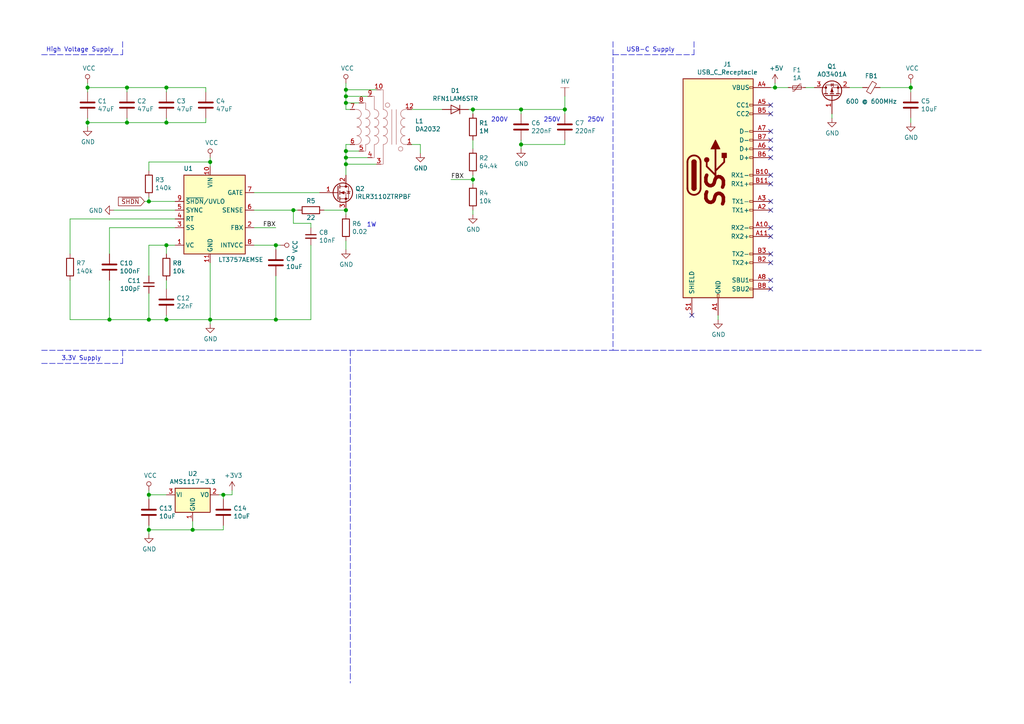
<source format=kicad_sch>
(kicad_sch (version 20210126) (generator eeschema)
  (paper "A4")
  (title_block (title "Nixie Clock - Power Supply") (date "2021-03-18") (comment 1 "https://github.com/tonyp7/170v-nixie-power-supply/") (comment 2 "Original HV source from 'tonyp7'"))
  (lib_symbols
    (symbol "Connector:USB_C_Receptacle" (pin_names (offset 1.016))
      (property "Reference" "J" (at -10.16 29.21 0))
      (property "Value" "USB_C_Receptacle" (at 10.16 29.21 0))
      (symbol "USB_C_Receptacle_0_0"
        (text "SS" (at -0.762 -4.445 900) (effects (font (size 5.08 5.08) bold italic)))
        (rectangle (start -0.254 -35.56) (end 0.254 -34.544))
        (rectangle (start 10.16 -32.766) (end 9.144 -33.274))
        (rectangle (start 10.16 -30.226) (end 9.144 -30.734))
        (rectangle (start 10.16 -25.146) (end 9.144 -25.654))
        (rectangle (start 10.16 -22.606) (end 9.144 -23.114))
        (rectangle (start 10.16 -17.526) (end 9.144 -18.034))
        (rectangle (start 10.16 -14.986) (end 9.144 -15.494))
        (rectangle (start 10.16 -9.906) (end 9.144 -10.414))
        (rectangle (start 10.16 -7.366) (end 9.144 -7.874))
        (rectangle (start 10.16 -2.286) (end 9.144 -2.794))
        (rectangle (start 10.16 0.254) (end 9.144 -0.254))
        (rectangle (start 10.16 5.334) (end 9.144 4.826))
        (rectangle (start 10.16 7.874) (end 9.144 7.366))
        (rectangle (start 10.16 10.414) (end 9.144 9.906))
        (rectangle (start 10.16 12.954) (end 9.144 12.446))
        (rectangle (start 10.16 18.034) (end 9.144 17.526))
        (rectangle (start 10.16 20.574) (end 9.144 20.066))
        (rectangle (start 10.16 25.654) (end 9.144 25.146))
      )
      (symbol "USB_C_Receptacle_0_1"
        (arc (start -8.89 -3.81) (end -5.08 -3.81) (radius (at -6.985 -3.81) (length 1.905) (angles -179.9 -0.1)) (stroke (width 0.508)))
        (arc (start -7.62 -3.81) (end -6.35 -3.81) (radius (at -6.985 -3.81) (length 0.635) (angles -179.9 -0.1)) (stroke (width 0.254)))
        (arc (start -6.35 3.81) (end -7.62 3.81) (radius (at -6.985 3.81) (length 0.635) (angles 0.1 179.9)) (stroke (width 0.254)))
        (arc (start -5.08 3.81) (end -8.89 3.81) (radius (at -6.985 3.81) (length 1.905) (angles 0.1 179.9)) (stroke (width 0.508)))
        (arc (start -7.62 -3.81) (end -6.35 -3.81) (radius (at -6.985 -3.81) (length 0.635) (angles -179.9 -0.1)) (stroke (width 0.254)) (fill (type outline)))
        (arc (start -6.35 3.81) (end -7.62 3.81) (radius (at -6.985 3.81) (length 0.635) (angles 0.1 179.9)) (stroke (width 0.254)) (fill (type outline)))
        (circle (center -3.302 4.445) (radius 0.635) (stroke (width 0.254)) (fill (type outline)))
        (rectangle (start -7.62 -3.81) (end -6.35 3.81) (stroke (width 0.254)) (fill (type outline)))
        (rectangle (start 1.143 5.08) (end 2.413 6.35) (stroke (width 0.254)) (fill (type outline)))
        (rectangle (start -10.16 27.94) (end 10.16 -35.56) (stroke (width 0.254)) (fill (type background)))
        (polyline (pts (xy -8.89 -3.81) (xy -8.89 3.81)) (stroke (width 0.508)))
        (polyline (pts (xy -5.08 3.81) (xy -5.08 -3.81)) (stroke (width 0.508)))
        (polyline (pts (xy -0.762 -1.27) (xy -0.762 7.62)) (stroke (width 0.508)))
        (polyline (pts (xy -0.762 0) (xy -3.302 2.54) (xy -3.302 3.81)) (stroke (width 0.508)))
        (polyline (pts (xy -0.762 1.27) (xy 1.778 3.81) (xy 1.778 5.08)) (stroke (width 0.508)))
        (polyline (pts (xy -2.032 7.62) (xy -0.762 10.16) (xy 0.508 7.62) (xy -2.032 7.62)) (stroke (width 0.254)) (fill (type outline)))
      )
      (symbol "USB_C_Receptacle_1_1"
        (pin power_in line (at 0 -40.64 90) (length 5.08) (name "GND") (number "A1"))
        (pin bidirectional line (at 15.24 -15.24 180) (length 5.08) (name "RX2-") (number "A10"))
        (pin bidirectional line (at 15.24 -17.78 180) (length 5.08) (name "RX2+") (number "A11"))
        (pin passive line (at 0 -40.64 90) (length 5.08) hide (name "GND") (number "A12"))
        (pin bidirectional line (at 15.24 -10.16 180) (length 5.08) (name "TX1+") (number "A2"))
        (pin bidirectional line (at 15.24 -7.62 180) (length 5.08) (name "TX1-") (number "A3"))
        (pin power_in line (at 15.24 25.4 180) (length 5.08) (name "VBUS") (number "A4"))
        (pin bidirectional line (at 15.24 20.32 180) (length 5.08) (name "CC1") (number "A5"))
        (pin bidirectional line (at 15.24 7.62 180) (length 5.08) (name "D+") (number "A6"))
        (pin bidirectional line (at 15.24 12.7 180) (length 5.08) (name "D-") (number "A7"))
        (pin bidirectional line (at 15.24 -30.48 180) (length 5.08) (name "SBU1") (number "A8"))
        (pin passive line (at 15.24 25.4 180) (length 5.08) hide (name "VBUS") (number "A9"))
        (pin passive line (at 0 -40.64 90) (length 5.08) hide (name "GND") (number "B1"))
        (pin bidirectional line (at 15.24 0 180) (length 5.08) (name "RX1-") (number "B10"))
        (pin bidirectional line (at 15.24 -2.54 180) (length 5.08) (name "RX1+") (number "B11"))
        (pin passive line (at 0 -40.64 90) (length 5.08) hide (name "GND") (number "B12"))
        (pin bidirectional line (at 15.24 -25.4 180) (length 5.08) (name "TX2+") (number "B2"))
        (pin bidirectional line (at 15.24 -22.86 180) (length 5.08) (name "TX2-") (number "B3"))
        (pin passive line (at 15.24 25.4 180) (length 5.08) hide (name "VBUS") (number "B4"))
        (pin bidirectional line (at 15.24 17.78 180) (length 5.08) (name "CC2") (number "B5"))
        (pin bidirectional line (at 15.24 5.08 180) (length 5.08) (name "D+") (number "B6"))
        (pin bidirectional line (at 15.24 10.16 180) (length 5.08) (name "D-") (number "B7"))
        (pin bidirectional line (at 15.24 -33.02 180) (length 5.08) (name "SBU2") (number "B8"))
        (pin passive line (at 15.24 25.4 180) (length 5.08) hide (name "VBUS") (number "B9"))
        (pin passive line (at -7.62 -40.64 90) (length 5.08) (name "SHIELD") (number "S1"))
      )
    )
    (symbol "Device:C" (pin_numbers hide) (pin_names (offset 0.254))
      (property "Reference" "C" (at 0.635 2.54 0))
      (property "Value" "C" (at 0.635 -2.54 0))
      (symbol "C_0_1"
        (polyline (pts (xy -2.032 -0.762) (xy 2.032 -0.762)) (stroke (width 0.508)))
        (polyline (pts (xy -2.032 0.762) (xy 2.032 0.762)) (stroke (width 0.508)))
      )
      (symbol "C_1_1"
        (pin passive line (at 0 3.81 270) (length 2.794) (name "~") (number "1"))
        (pin passive line (at 0 -3.81 90) (length 2.794) (name "~") (number "2"))
      )
    )
    (symbol "Device:C_Small" (pin_numbers hide) (pin_names (offset 0.254) hide)
      (property "Reference" "C" (at 0.254 1.778 0))
      (property "Value" "C_Small" (at 0.254 -2.032 0))
      (symbol "C_Small_0_1"
        (polyline (pts (xy -1.524 -0.508) (xy 1.524 -0.508)) (stroke (width 0.3302)))
        (polyline (pts (xy -1.524 0.508) (xy 1.524 0.508)) (stroke (width 0.3048)))
      )
      (symbol "C_Small_1_1"
        (pin passive line (at 0 2.54 270) (length 2.032) (name "~") (number "1"))
        (pin passive line (at 0 -2.54 90) (length 2.032) (name "~") (number "2"))
      )
    )
    (symbol "Device:D" (pin_numbers hide) (pin_names (offset 1.016) hide)
      (property "Reference" "D" (at 0 2.54 0))
      (property "Value" "D" (at 0 -2.54 0))
      (symbol "D_0_1"
        (polyline (pts (xy -1.27 1.27) (xy -1.27 -1.27)) (stroke (width 0.2032)))
        (polyline (pts (xy 1.27 0) (xy -1.27 0)))
        (polyline (pts (xy 1.27 1.27) (xy 1.27 -1.27) (xy -1.27 0) (xy 1.27 1.27)) (stroke (width 0.2032)))
      )
      (symbol "D_1_1"
        (pin passive line (at -3.81 0 0) (length 2.54) (name "K") (number "1"))
        (pin passive line (at 3.81 0 180) (length 2.54) (name "A") (number "2"))
      )
    )
    (symbol "Device:Ferrite_Bead_Small" (pin_numbers hide) (pin_names (offset 0))
      (property "Reference" "FB" (at 1.905 1.27 0))
      (property "Value" "Ferrite_Bead_Small" (at 1.905 -1.27 0))
      (symbol "Ferrite_Bead_Small_0_1"
        (polyline (pts (xy 0 -1.27) (xy 0 -0.7874)))
        (polyline (pts (xy 0 0.889) (xy 0 1.2954)))
        (polyline (pts (xy -1.8288 0.2794) (xy -1.1176 1.4986) (xy 1.8288 -0.2032) (xy 1.1176 -1.4224) (xy -1.8288 0.2794)))
      )
      (symbol "Ferrite_Bead_Small_1_1"
        (pin passive line (at 0 2.54 270) (length 1.27) (name "~") (number "1"))
        (pin passive line (at 0 -2.54 90) (length 1.27) (name "~") (number "2"))
      )
    )
    (symbol "Device:Polyfuse_Small" (pin_numbers hide) (pin_names (offset 0))
      (property "Reference" "F" (at -1.905 0 90))
      (property "Value" "Polyfuse_Small" (at 1.905 0 90))
      (symbol "Polyfuse_Small_0_1"
        (rectangle (start -0.508 1.27) (end 0.508 -1.27))
        (polyline (pts (xy 0 2.54) (xy 0 -2.54)))
        (polyline (pts (xy -1.016 1.27) (xy -1.016 0.762) (xy 1.016 -0.762) (xy 1.016 -1.27)))
      )
      (symbol "Polyfuse_Small_1_1"
        (pin passive line (at 0 2.54 270) (length 0.635) (name "~") (number "1"))
        (pin passive line (at 0 -2.54 90) (length 0.635) (name "~") (number "2"))
      )
    )
    (symbol "Device:Q_NMOS_GDS" (pin_names (offset 0) hide)
      (property "Reference" "Q" (at 5.08 1.27 0))
      (property "Value" "Q_NMOS_GDS" (at 5.08 -1.27 0))
      (symbol "Q_NMOS_GDS_0_1"
        (circle (center 1.651 0) (radius 2.8194) (stroke (width 0.254)))
        (circle (center 2.54 -1.778) (radius 0.2794) (fill (type outline)))
        (circle (center 2.54 1.778) (radius 0.2794) (fill (type outline)))
        (polyline (pts (xy 0.0508 0) (xy 0.254 0)))
        (polyline (pts (xy 0.762 -1.778) (xy 2.54 -1.778)))
        (polyline (pts (xy 0.762 -1.27) (xy 0.762 -2.286)) (stroke (width 0.254)))
        (polyline (pts (xy 0.762 0) (xy 2.54 0)))
        (polyline (pts (xy 0.762 0.508) (xy 0.762 -0.508)) (stroke (width 0.254)))
        (polyline (pts (xy 0.762 1.778) (xy 2.54 1.778)))
        (polyline (pts (xy 0.762 2.286) (xy 0.762 1.27)) (stroke (width 0.254)))
        (polyline (pts (xy 2.54 -1.778) (xy 2.54 -2.54)))
        (polyline (pts (xy 2.54 -1.778) (xy 2.54 0)))
        (polyline (pts (xy 2.54 2.54) (xy 2.54 1.778)))
        (polyline (pts (xy 0.254 1.905) (xy 0.254 -1.905) (xy 0.254 -1.905)) (stroke (width 0.254)))
        (polyline (pts (xy 2.54 -1.778) (xy 3.302 -1.778) (xy 3.302 1.778) (xy 2.54 1.778)))
        (polyline (pts (xy 2.794 0.508) (xy 2.921 0.381) (xy 3.683 0.381) (xy 3.81 0.254)))
        (polyline (pts (xy 3.302 0.381) (xy 2.921 -0.254) (xy 3.683 -0.254) (xy 3.302 0.381)))
        (polyline (pts (xy 1.016 0) (xy 2.032 0.381) (xy 2.032 -0.381) (xy 1.016 0)) (fill (type outline)))
      )
      (symbol "Q_NMOS_GDS_1_1"
        (pin input line (at -5.08 0 0) (length 5.08) (name "G") (number "1"))
        (pin passive line (at 2.54 5.08 270) (length 2.54) (name "D") (number "2"))
        (pin passive line (at 2.54 -5.08 90) (length 2.54) (name "S") (number "3"))
      )
    )
    (symbol "Device:Q_PMOS_GSD" (pin_names (offset 0) hide)
      (property "Reference" "Q" (at 5.08 1.27 0))
      (property "Value" "Q_PMOS_GSD" (at 5.08 -1.27 0))
      (symbol "Q_PMOS_GSD_0_1"
        (circle (center 1.651 0) (radius 2.8194) (stroke (width 0.254)))
        (circle (center 2.54 -1.778) (radius 0.2794) (fill (type outline)))
        (circle (center 2.54 1.778) (radius 0.2794) (fill (type outline)))
        (polyline (pts (xy 0.0508 0) (xy 0.254 0)))
        (polyline (pts (xy 0.762 -1.778) (xy 2.54 -1.778)))
        (polyline (pts (xy 0.762 -1.27) (xy 0.762 -2.286)) (stroke (width 0.254)))
        (polyline (pts (xy 0.762 0) (xy 2.54 0)))
        (polyline (pts (xy 0.762 0.508) (xy 0.762 -0.508)) (stroke (width 0.254)))
        (polyline (pts (xy 0.762 1.778) (xy 2.54 1.778)))
        (polyline (pts (xy 0.762 2.286) (xy 0.762 1.27)) (stroke (width 0.254)))
        (polyline (pts (xy 2.54 -1.778) (xy 2.54 -2.54)))
        (polyline (pts (xy 2.54 -1.778) (xy 2.54 0)))
        (polyline (pts (xy 2.54 2.54) (xy 2.54 1.778)))
        (polyline (pts (xy 0.254 1.905) (xy 0.254 -1.905) (xy 0.254 -1.905)) (stroke (width 0.254)))
        (polyline (pts (xy 2.54 -1.778) (xy 3.302 -1.778) (xy 3.302 1.778) (xy 2.54 1.778)))
        (polyline (pts (xy 2.794 -0.508) (xy 2.921 -0.381) (xy 3.683 -0.381) (xy 3.81 -0.254)))
        (polyline (pts (xy 3.302 -0.381) (xy 2.921 0.254) (xy 3.683 0.254) (xy 3.302 -0.381)))
        (polyline (pts (xy 2.286 0) (xy 1.27 -0.381) (xy 1.27 0.381) (xy 2.286 0)) (fill (type outline)))
      )
      (symbol "Q_PMOS_GSD_1_1"
        (pin input line (at -5.08 0 0) (length 5.08) (name "G") (number "1"))
        (pin passive line (at 2.54 -5.08 90) (length 2.54) (name "S") (number "2"))
        (pin passive line (at 2.54 5.08 270) (length 2.54) (name "D") (number "3"))
      )
    )
    (symbol "Device:R" (pin_numbers hide) (pin_names (offset 0))
      (property "Reference" "R" (at 2.032 0 90))
      (property "Value" "R" (at 0 0 90))
      (symbol "R_0_1"
        (rectangle (start -1.016 -2.54) (end 1.016 2.54) (stroke (width 0.254)))
      )
      (symbol "R_1_1"
        (pin passive line (at 0 3.81 270) (length 1.27) (name "~") (number "1"))
        (pin passive line (at 0 -3.81 90) (length 1.27) (name "~") (number "2"))
      )
    )
    (symbol "Personal:DA2032" (pin_names (offset 1.016))
      (property "Reference" "L" (at 3.81 -8.89 0))
      (property "Value" "DA2032" (at 6.35 8.89 0))
      (symbol "DA2032_0_1"
        (arc (start -6.985 -2.54) (end -5.715 -3.81) (radius (at -6.985 -3.81) (length 1.27) (angles 90 0)) (stroke (width 0.0006)))
        (arc (start -6.985 -5.08) (end -5.715 -3.81) (radius (at -6.985 -3.81) (length 1.27) (angles -90 0)) (stroke (width 0.0006)))
        (arc (start -6.985 0) (end -5.715 -1.27) (radius (at -6.985 -1.27) (length 1.27) (angles 90 0)) (stroke (width 0.0006)))
        (arc (start -6.985 -2.54) (end -5.715 -1.27) (radius (at -6.985 -1.27) (length 1.27) (angles -90 0)) (stroke (width 0.0006)))
        (arc (start -6.985 2.54) (end -5.715 1.27) (radius (at -6.985 1.27) (length 1.27) (angles 90 0)) (stroke (width 0.0006)))
        (arc (start -6.985 0) (end -5.715 1.27) (radius (at -6.985 1.27) (length 1.27) (angles -90 0)) (stroke (width 0.0006)))
        (arc (start -6.985 5.08) (end -5.715 3.81) (radius (at -6.985 3.81) (length 1.27) (angles 90 0)) (stroke (width 0.0006)))
        (arc (start -6.985 2.54) (end -5.715 3.81) (radius (at -6.985 3.81) (length 1.27) (angles -90 0)) (stroke (width 0.0006)))
        (arc (start -4.445 -2.54) (end -3.175 -3.81) (radius (at -4.445 -3.81) (length 1.27) (angles 90 0)) (stroke (width 0.0006)))
        (arc (start -4.445 -5.08) (end -3.175 -3.81) (radius (at -4.445 -3.81) (length 1.27) (angles -90 0)) (stroke (width 0.0006)))
        (arc (start -4.445 0) (end -3.175 -1.27) (radius (at -4.445 -1.27) (length 1.27) (angles 90 0)) (stroke (width 0.0006)))
        (arc (start -4.445 -2.54) (end -3.175 -1.27) (radius (at -4.445 -1.27) (length 1.27) (angles -90 0)) (stroke (width 0.0006)))
        (arc (start -4.445 2.54) (end -3.175 1.27) (radius (at -4.445 1.27) (length 1.27) (angles 90 0)) (stroke (width 0.0006)))
        (arc (start -4.445 0) (end -3.175 1.27) (radius (at -4.445 1.27) (length 1.27) (angles -90 0)) (stroke (width 0.0006)))
        (arc (start -4.445 5.08) (end -3.175 3.81) (radius (at -4.445 3.81) (length 1.27) (angles 90 0)) (stroke (width 0.0006)))
        (arc (start -4.445 2.54) (end -3.175 3.81) (radius (at -4.445 3.81) (length 1.27) (angles -90 0)) (stroke (width 0.0006)))
        (arc (start -1.905 -2.54) (end -0.635 -3.81) (radius (at -1.905 -3.81) (length 1.27) (angles 90 0)) (stroke (width 0.0006)))
        (arc (start -1.905 -5.08) (end -0.635 -3.81) (radius (at -1.905 -3.81) (length 1.27) (angles -90 0)) (stroke (width 0.0006)))
        (arc (start -1.905 0) (end -0.635 -1.27) (radius (at -1.905 -1.27) (length 1.27) (angles 90 0)) (stroke (width 0.0006)))
        (arc (start -1.905 -2.54) (end -0.635 -1.27) (radius (at -1.905 -1.27) (length 1.27) (angles -90 0)) (stroke (width 0.0006)))
        (arc (start -1.905 2.54) (end -0.635 1.27) (radius (at -1.905 1.27) (length 1.27) (angles 90 0)) (stroke (width 0.0006)))
        (arc (start -1.905 0) (end -0.635 1.27) (radius (at -1.905 1.27) (length 1.27) (angles -90 0)) (stroke (width 0.0006)))
        (arc (start -1.905 5.08) (end -0.635 3.81) (radius (at -1.905 3.81) (length 1.27) (angles 90 0)) (stroke (width 0.0006)))
        (arc (start -1.905 2.54) (end -0.635 3.81) (radius (at -1.905 3.81) (length 1.27) (angles -90 0)) (stroke (width 0.0006)))
        (arc (start 0.635 -2.54) (end 1.905 -3.81) (radius (at 0.635 -3.81) (length 1.27) (angles 90 0)) (stroke (width 0.0006)))
        (arc (start 0.635 -5.08) (end 1.905 -3.81) (radius (at 0.635 -3.81) (length 1.27) (angles -90 0)) (stroke (width 0.0006)))
        (arc (start 0.635 0) (end 1.905 -1.27) (radius (at 0.635 -1.27) (length 1.27) (angles 90 0)) (stroke (width 0.0006)))
        (arc (start 0.635 -2.54) (end 1.905 -1.27) (radius (at 0.635 -1.27) (length 1.27) (angles -90 0)) (stroke (width 0.0006)))
        (arc (start 0.635 2.54) (end 1.905 1.27) (radius (at 0.635 1.27) (length 1.27) (angles 90 0)) (stroke (width 0.0006)))
        (arc (start 0.635 0) (end 1.905 1.27) (radius (at 0.635 1.27) (length 1.27) (angles -90 0)) (stroke (width 0.0006)))
        (arc (start 0.635 5.08) (end 1.905 3.81) (radius (at 0.635 3.81) (length 1.27) (angles 90 0)) (stroke (width 0.0006)))
        (arc (start 0.635 2.54) (end 1.905 3.81) (radius (at 0.635 3.81) (length 1.27) (angles -90 0)) (stroke (width 0.0006)))
        (arc (start 6.985 -2.54) (end 5.715 -3.81) (radius (at 6.985 -3.81) (length 1.27) (angles 90 180)) (stroke (width 0.0006)))
        (arc (start 6.985 -5.08) (end 5.715 -3.81) (radius (at 6.985 -3.81) (length 1.27) (angles -90 180)) (stroke (width 0.0006)))
        (arc (start 6.985 0) (end 5.715 -1.27) (radius (at 6.985 -1.27) (length 1.27) (angles 90 180)) (stroke (width 0.0006)))
        (arc (start 6.985 -2.54) (end 5.715 -1.27) (radius (at 6.985 -1.27) (length 1.27) (angles -90 180)) (stroke (width 0.0006)))
        (arc (start 6.985 2.54) (end 5.715 1.27) (radius (at 6.985 1.27) (length 1.27) (angles 90 180)) (stroke (width 0.0006)))
        (arc (start 6.985 0) (end 5.715 1.27) (radius (at 6.985 1.27) (length 1.27) (angles -90 180)) (stroke (width 0.0006)))
        (arc (start 6.985 5.08) (end 5.715 3.81) (radius (at 6.985 3.81) (length 1.27) (angles 90 180)) (stroke (width 0.0006)))
        (arc (start 6.985 2.54) (end 5.715 3.81) (radius (at 6.985 3.81) (length 1.27) (angles -90 180)) (stroke (width 0.0006)))
        (circle (center 1.905 6.35) (radius 0.635) (stroke (width 0.0006)))
        (circle (center 5.715 -6.35) (radius 0.635) (stroke (width 0.0006)))
        (polyline (pts (xy -6.985 -5.08) (xy -7.62 -5.08)) (stroke (width 0.0006)))
        (polyline (pts (xy -6.985 5.08) (xy -7.62 5.08)) (stroke (width 0.0006)))
        (polyline (pts (xy 3.175 5.08) (xy 3.175 -5.08)) (stroke (width 0.0006)))
        (polyline (pts (xy 4.445 -5.08) (xy 4.445 5.08)) (stroke (width 0.0006)))
        (polyline (pts (xy 6.985 -5.08) (xy 7.62 -5.08)) (stroke (width 0.0006)))
        (polyline (pts (xy 6.985 5.08) (xy 7.62 5.08)) (stroke (width 0.0006)))
        (polyline (pts (xy -5.08 6.985) (xy -4.445 6.985) (xy -4.445 5.08)) (stroke (width 0.0006)))
        (polyline (pts (xy -4.445 -5.08) (xy -4.445 -6.985) (xy -5.08 -6.985)) (stroke (width 0.0006)))
        (polyline (pts (xy -2.54 8.89) (xy -1.905 8.89) (xy -1.905 5.08)) (stroke (width 0.0006)))
        (polyline (pts (xy -1.905 -5.08) (xy -1.905 -8.89) (xy -2.54 -8.89)) (stroke (width 0.0006)))
        (polyline (pts (xy 0 10.795) (xy 0.635 10.795) (xy 0.635 5.08)) (stroke (width 0.0006)))
        (polyline (pts (xy 0.635 -5.08) (xy 0.635 -10.795) (xy 0 -10.795)) (stroke (width 0.0006)))
      )
      (symbol "DA2032_1_1"
        (pin input line (at 8.89 -5.08 180) (length 1.27) (name "") (number "1"))
        (pin input line (at -1.27 10.795 0) (length 1.27) (name "") (number "10"))
        (pin input line (at 8.89 5.08 180) (length 1.27) (name "") (number "12"))
        (pin input line (at -1.27 -10.795 0) (length 1.27) (name "") (number "3"))
        (pin input line (at -3.81 -8.89 0) (length 1.27) (name "") (number "4"))
        (pin input line (at -6.35 -6.985 0) (length 1.27) (name "") (number "5"))
        (pin input line (at -8.89 -5.08 0) (length 1.27) (name "") (number "6"))
        (pin input line (at -8.89 5.08 0) (length 1.27) (name "") (number "7"))
        (pin input line (at -6.35 6.985 0) (length 1.27) (name "") (number "8"))
        (pin input line (at -3.81 8.89 0) (length 1.27) (name "") (number "9"))
      )
    )
    (symbol "Personal:HV" (power) (pin_names (offset 0))
      (property "Value" "HV" (at 0 3.556 0))
      (symbol "HV_0_1"
        (polyline (pts (xy -1.27 2.54) (xy 1.27 2.54)) (stroke (width 0.0006)))
        (polyline (pts (xy 0 0) (xy 0 2.54)))
      )
      (symbol "HV_1_1"
        (pin power_in line (at 0 0 90) (length 0) hide (name "HV") (number "1"))
      )
    )
    (symbol "Regulator_Linear:AMS1117-3.3" (pin_names (offset 0.254))
      (property "Reference" "U" (at -3.81 3.175 0))
      (property "Value" "AMS1117-3.3" (at 0 3.175 0))
      (symbol "AMS1117-3.3_0_1"
        (rectangle (start -5.08 -5.08) (end 5.08 1.905) (stroke (width 0.254)) (fill (type background)))
      )
      (symbol "AMS1117-3.3_1_1"
        (pin power_in line (at 0 -7.62 90) (length 2.54) (name "GND") (number "1"))
        (pin power_out line (at 7.62 0 180) (length 2.54) (name "VO") (number "2"))
        (pin power_in line (at -7.62 0 0) (length 2.54) (name "VI") (number "3"))
      )
    )
    (symbol "Regulator_Switching:LT3757AEMSE"
      (property "Reference" "U" (at -6.35 11.43 0))
      (property "Value" "LT3757AEMSE" (at 1.27 11.43 0))
      (symbol "LT3757AEMSE_0_1"
        (rectangle (start -7.62 10.16) (end 10.16 -12.7) (stroke (width 0.254)) (fill (type background)))
      )
      (symbol "LT3757AEMSE_1_1"
        (pin input line (at -10.16 -10.16 0) (length 2.54) (name "VC") (number "1"))
        (pin power_in line (at 0 12.7 270) (length 2.54) (name "VIN") (number "10"))
        (pin power_in line (at 0 -15.24 90) (length 2.54) (name "GND") (number "11"))
        (pin input line (at 12.7 -5.08 180) (length 2.54) (name "FBX") (number "2"))
        (pin input line (at -10.16 -5.08 0) (length 2.54) (name "SS") (number "3"))
        (pin input line (at -10.16 -2.54 0) (length 2.54) (name "RT") (number "4"))
        (pin input line (at -10.16 0 0) (length 2.54) (name "SYNC") (number "5"))
        (pin input line (at 12.7 0 180) (length 2.54) (name "SENSE") (number "6"))
        (pin output line (at 12.7 5.08 180) (length 2.54) (name "GATE") (number "7"))
        (pin output line (at 12.7 -10.16 180) (length 2.54) (name "INTVCC") (number "8"))
        (pin input line (at -10.16 2.54 0) (length 2.54) (name "~SHDN~/UVLO") (number "9"))
      )
    )
    (symbol "power:+3.3V" (power) (pin_names (offset 0))
      (property "Value" "+3.3V" (at 0 3.556 0))
      (symbol "+3.3V_0_1"
        (polyline (pts (xy -0.762 1.27) (xy 0 2.54)))
        (polyline (pts (xy 0 0) (xy 0 2.54)))
        (polyline (pts (xy 0 2.54) (xy 0.762 1.27)))
      )
      (symbol "+3.3V_1_1"
        (pin power_in line (at 0 0 90) (length 0) hide (name "+3V3") (number "1"))
      )
    )
    (symbol "power:+5V" (power) (pin_names (offset 0))
      (property "Value" "+5V" (at 0 3.556 0))
      (symbol "+5V_0_1"
        (polyline (pts (xy -0.762 1.27) (xy 0 2.54)))
        (polyline (pts (xy 0 0) (xy 0 2.54)))
        (polyline (pts (xy 0 2.54) (xy 0.762 1.27)))
      )
      (symbol "+5V_1_1"
        (pin power_in line (at 0 0 90) (length 0) hide (name "+5V") (number "1"))
      )
    )
    (symbol "power:GND" (power) (pin_names (offset 0))
      (property "Value" "GND" (at 0 -3.81 0))
      (symbol "GND_0_1"
        (polyline (pts (xy 0 0) (xy 0 -1.27) (xy 1.27 -1.27) (xy 0 -2.54) (xy -1.27 -1.27) (xy 0 -1.27)))
      )
      (symbol "GND_1_1"
        (pin power_in line (at 0 0 270) (length 0) hide (name "GND") (number "1"))
      )
    )
    (symbol "power:VCC" (power) (pin_names (offset 0))
      (property "Value" "VCC" (at 0 3.81 0))
      (symbol "VCC_0_1"
        (circle (center 0 1.905) (radius 0.635))
        (polyline (pts (xy 0 0) (xy 0 1.27)))
      )
      (symbol "VCC_1_1"
        (pin power_in line (at 0 0 90) (length 0) hide (name "VCC") (number "1"))
      )
    )
  )
  (junction (at 25.4 25.4) (diameter 1.016))
  (junction (at 25.4 35.56) (diameter 1.016))
  (junction (at 31.75 92.71) (diameter 1.016))
  (junction (at 36.83 25.4) (diameter 1.016))
  (junction (at 36.83 35.56) (diameter 1.016))
  (junction (at 43.18 58.42) (diameter 1.016))
  (junction (at 43.18 92.71) (diameter 1.016))
  (junction (at 43.18 143.51) (diameter 1.016))
  (junction (at 43.18 153.67) (diameter 1.016))
  (junction (at 48.26 25.4) (diameter 1.016))
  (junction (at 48.26 35.56) (diameter 1.016))
  (junction (at 48.26 71.12) (diameter 1.016))
  (junction (at 48.26 92.71) (diameter 1.016))
  (junction (at 55.88 153.67) (diameter 1.016))
  (junction (at 60.96 46.99) (diameter 1.016))
  (junction (at 60.96 92.71) (diameter 1.016))
  (junction (at 64.77 143.51) (diameter 1.016))
  (junction (at 80.01 71.12) (diameter 1.016))
  (junction (at 80.01 92.71) (diameter 1.016))
  (junction (at 85.09 60.96) (diameter 1.016))
  (junction (at 100.33 26.035) (diameter 1.016))
  (junction (at 100.33 27.94) (diameter 1.016))
  (junction (at 100.33 29.845) (diameter 1.016))
  (junction (at 100.33 43.815) (diameter 1.016))
  (junction (at 100.33 45.72) (diameter 1.016))
  (junction (at 100.33 47.625) (diameter 1.016))
  (junction (at 100.33 60.96) (diameter 1.016))
  (junction (at 137.16 31.75) (diameter 1.016))
  (junction (at 137.16 52.07) (diameter 1.016))
  (junction (at 151.13 31.75) (diameter 1.016))
  (junction (at 151.13 41.91) (diameter 1.016))
  (junction (at 163.83 31.75) (diameter 1.016))
  (junction (at 224.79 25.4) (diameter 1.016))
  (junction (at 264.16 25.4) (diameter 1.016))
  (no_connect (at 200.66 91.44))
  (no_connect (at 223.52 30.48))
  (no_connect (at 223.52 33.02))
  (no_connect (at 223.52 38.1))
  (no_connect (at 223.52 40.64))
  (no_connect (at 223.52 43.18))
  (no_connect (at 223.52 45.72))
  (no_connect (at 223.52 50.8))
  (no_connect (at 223.52 53.34))
  (no_connect (at 223.52 58.42))
  (no_connect (at 223.52 60.96))
  (no_connect (at 223.52 66.04))
  (no_connect (at 223.52 68.58))
  (no_connect (at 223.52 73.66))
  (no_connect (at 223.52 76.2))
  (no_connect (at 223.52 81.28))
  (no_connect (at 223.52 83.82))
  (wire (pts (xy 20.32 63.5) (xy 20.32 73.66)))
  (wire (pts (xy 20.32 63.5) (xy 50.8 63.5)))
  (wire (pts (xy 20.32 81.28) (xy 20.32 92.71)))
  (wire (pts (xy 20.32 92.71) (xy 31.75 92.71)))
  (wire (pts (xy 25.4 24.13) (xy 25.4 25.4)))
  (wire (pts (xy 25.4 25.4) (xy 25.4 26.67)))
  (wire (pts (xy 25.4 25.4) (xy 36.83 25.4)))
  (wire (pts (xy 25.4 34.29) (xy 25.4 35.56)))
  (wire (pts (xy 25.4 35.56) (xy 25.4 36.83)))
  (wire (pts (xy 31.75 66.04) (xy 31.75 73.66)))
  (wire (pts (xy 31.75 66.04) (xy 50.8 66.04)))
  (wire (pts (xy 31.75 81.28) (xy 31.75 92.71)))
  (wire (pts (xy 31.75 92.71) (xy 43.18 92.71)))
  (wire (pts (xy 33.02 60.96) (xy 50.8 60.96)))
  (wire (pts (xy 36.83 25.4) (xy 36.83 26.67)))
  (wire (pts (xy 36.83 25.4) (xy 48.26 25.4)))
  (wire (pts (xy 36.83 34.29) (xy 36.83 35.56)))
  (wire (pts (xy 36.83 35.56) (xy 25.4 35.56)))
  (wire (pts (xy 41.91 58.42) (xy 43.18 58.42)))
  (wire (pts (xy 43.18 46.99) (xy 60.96 46.99)))
  (wire (pts (xy 43.18 49.53) (xy 43.18 46.99)))
  (wire (pts (xy 43.18 57.15) (xy 43.18 58.42)))
  (wire (pts (xy 43.18 58.42) (xy 50.8 58.42)))
  (wire (pts (xy 43.18 71.12) (xy 48.26 71.12)))
  (wire (pts (xy 43.18 80.01) (xy 43.18 71.12)))
  (wire (pts (xy 43.18 85.09) (xy 43.18 92.71)))
  (wire (pts (xy 43.18 92.71) (xy 48.26 92.71)))
  (wire (pts (xy 43.18 142.24) (xy 43.18 143.51)))
  (wire (pts (xy 43.18 143.51) (xy 43.18 144.78)))
  (wire (pts (xy 43.18 143.51) (xy 48.26 143.51)))
  (wire (pts (xy 43.18 152.4) (xy 43.18 153.67)))
  (wire (pts (xy 43.18 153.67) (xy 43.18 154.94)))
  (wire (pts (xy 43.18 153.67) (xy 55.88 153.67)))
  (wire (pts (xy 48.26 25.4) (xy 48.26 26.67)))
  (wire (pts (xy 48.26 25.4) (xy 59.69 25.4)))
  (wire (pts (xy 48.26 34.29) (xy 48.26 35.56)))
  (wire (pts (xy 48.26 35.56) (xy 36.83 35.56)))
  (wire (pts (xy 48.26 71.12) (xy 48.26 73.66)))
  (wire (pts (xy 48.26 81.28) (xy 48.26 83.82)))
  (wire (pts (xy 48.26 91.44) (xy 48.26 92.71)))
  (wire (pts (xy 48.26 92.71) (xy 60.96 92.71)))
  (wire (pts (xy 50.8 71.12) (xy 48.26 71.12)))
  (wire (pts (xy 55.88 151.13) (xy 55.88 153.67)))
  (wire (pts (xy 55.88 153.67) (xy 64.77 153.67)))
  (wire (pts (xy 59.69 25.4) (xy 59.69 26.67)))
  (wire (pts (xy 59.69 34.29) (xy 59.69 35.56)))
  (wire (pts (xy 59.69 35.56) (xy 48.26 35.56)))
  (wire (pts (xy 60.96 45.72) (xy 60.96 46.99)))
  (wire (pts (xy 60.96 46.99) (xy 60.96 48.26)))
  (wire (pts (xy 60.96 76.2) (xy 60.96 92.71)))
  (wire (pts (xy 60.96 92.71) (xy 60.96 93.98)))
  (wire (pts (xy 63.5 143.51) (xy 64.77 143.51)))
  (wire (pts (xy 64.77 143.51) (xy 64.77 144.78)))
  (wire (pts (xy 64.77 143.51) (xy 67.31 143.51)))
  (wire (pts (xy 64.77 152.4) (xy 64.77 153.67)))
  (wire (pts (xy 67.31 142.24) (xy 67.31 143.51)))
  (wire (pts (xy 73.66 55.88) (xy 92.71 55.88)))
  (wire (pts (xy 73.66 60.96) (xy 85.09 60.96)))
  (wire (pts (xy 73.66 66.04) (xy 80.01 66.04)))
  (wire (pts (xy 73.66 71.12) (xy 80.01 71.12)))
  (wire (pts (xy 80.01 71.12) (xy 80.01 72.39)))
  (wire (pts (xy 80.01 71.12) (xy 81.28 71.12)))
  (wire (pts (xy 80.01 80.01) (xy 80.01 92.71)))
  (wire (pts (xy 80.01 92.71) (xy 60.96 92.71)))
  (wire (pts (xy 85.09 60.96) (xy 86.36 60.96)))
  (wire (pts (xy 85.09 64.77) (xy 85.09 60.96)))
  (wire (pts (xy 90.17 64.77) (xy 85.09 64.77)))
  (wire (pts (xy 90.17 66.04) (xy 90.17 64.77)))
  (wire (pts (xy 90.17 71.12) (xy 90.17 92.71)))
  (wire (pts (xy 90.17 92.71) (xy 80.01 92.71)))
  (wire (pts (xy 93.98 60.96) (xy 100.33 60.96)))
  (wire (pts (xy 100.33 24.13) (xy 100.33 26.035)))
  (wire (pts (xy 100.33 26.035) (xy 100.33 27.94)))
  (wire (pts (xy 100.33 27.94) (xy 100.33 29.845)))
  (wire (pts (xy 100.33 27.94) (xy 106.68 27.94)))
  (wire (pts (xy 100.33 29.845) (xy 100.33 31.75)))
  (wire (pts (xy 100.33 29.845) (xy 104.14 29.845)))
  (wire (pts (xy 100.33 31.75) (xy 101.6 31.75)))
  (wire (pts (xy 100.33 41.91) (xy 101.6 41.91)))
  (wire (pts (xy 100.33 43.815) (xy 100.33 41.91)))
  (wire (pts (xy 100.33 43.815) (xy 104.14 43.815)))
  (wire (pts (xy 100.33 45.72) (xy 100.33 43.815)))
  (wire (pts (xy 100.33 45.72) (xy 106.68 45.72)))
  (wire (pts (xy 100.33 47.625) (xy 100.33 45.72)))
  (wire (pts (xy 100.33 47.625) (xy 100.33 50.8)))
  (wire (pts (xy 100.33 60.96) (xy 100.33 62.23)))
  (wire (pts (xy 100.33 69.85) (xy 100.33 72.39)))
  (wire (pts (xy 109.22 26.035) (xy 100.33 26.035)))
  (wire (pts (xy 109.22 47.625) (xy 100.33 47.625)))
  (wire (pts (xy 119.38 31.75) (xy 128.27 31.75)))
  (wire (pts (xy 119.38 41.91) (xy 121.92 41.91)))
  (wire (pts (xy 121.92 41.91) (xy 121.92 44.45)))
  (wire (pts (xy 130.81 52.07) (xy 137.16 52.07)))
  (wire (pts (xy 135.89 31.75) (xy 137.16 31.75)))
  (wire (pts (xy 137.16 31.75) (xy 137.16 33.02)))
  (wire (pts (xy 137.16 31.75) (xy 151.13 31.75)))
  (wire (pts (xy 137.16 40.64) (xy 137.16 43.18)))
  (wire (pts (xy 137.16 50.8) (xy 137.16 52.07)))
  (wire (pts (xy 137.16 52.07) (xy 137.16 53.34)))
  (wire (pts (xy 137.16 60.96) (xy 137.16 62.23)))
  (wire (pts (xy 151.13 31.75) (xy 151.13 33.02)))
  (wire (pts (xy 151.13 31.75) (xy 163.83 31.75)))
  (wire (pts (xy 151.13 40.64) (xy 151.13 41.91)))
  (wire (pts (xy 151.13 41.91) (xy 151.13 43.18)))
  (wire (pts (xy 151.13 41.91) (xy 163.83 41.91)))
  (wire (pts (xy 163.83 27.94) (xy 163.83 31.75)))
  (wire (pts (xy 163.83 31.75) (xy 163.83 33.02)))
  (wire (pts (xy 163.83 40.64) (xy 163.83 41.91)))
  (wire (pts (xy 208.28 91.44) (xy 208.28 92.71)))
  (wire (pts (xy 223.52 25.4) (xy 224.79 25.4)))
  (wire (pts (xy 224.79 25.4) (xy 224.79 24.13)))
  (wire (pts (xy 224.79 25.4) (xy 228.6 25.4)))
  (wire (pts (xy 233.68 25.4) (xy 236.22 25.4)))
  (wire (pts (xy 241.3 33.02) (xy 241.3 34.29)))
  (wire (pts (xy 246.38 25.4) (xy 250.19 25.4)))
  (wire (pts (xy 255.27 25.4) (xy 264.16 25.4)))
  (wire (pts (xy 264.16 24.13) (xy 264.16 25.4)))
  (wire (pts (xy 264.16 25.4) (xy 264.16 26.67)))
  (wire (pts (xy 264.16 34.29) (xy 264.16 35.56)))
  (polyline (pts (xy 12.065 15.875) (xy 35.56 15.875)) (stroke (width 0) (type dash)))
  (polyline (pts (xy 12.065 101.6) (xy 177.8 101.6)) (stroke (width 0) (type dash)))
  (polyline (pts (xy 12.065 105.41) (xy 35.56 105.41)) (stroke (width 0.152) (type dash)))
  (polyline (pts (xy 35.56 12.065) (xy 35.56 15.875)) (stroke (width 0) (type dash)))
  (polyline (pts (xy 35.56 101.6) (xy 35.56 105.41)) (stroke (width 0.152) (type dash)))
  (polyline (pts (xy 101.6 101.6) (xy 101.6 198.12)) (stroke (width 0) (type dash)))
  (polyline (pts (xy 177.8 12.065) (xy 177.8 101.6)) (stroke (width 0) (type dash)))
  (polyline (pts (xy 177.8 15.875) (xy 201.295 15.875)) (stroke (width 0.152) (type dash)))
  (polyline (pts (xy 177.8 101.6) (xy 285.115 101.6)) (stroke (width 0) (type dash)))
  (polyline (pts (xy 201.295 12.065) (xy 201.295 15.875)) (stroke (width 0.152) (type dash)))
  (text "3.3V Supply" (at 17.78 104.775 0) (effects (font (size 1.27 1.27)) (justify left bottom)))
  (text "High Voltage Supply" (at 33.02 15.24 180) (effects (font (size 1.27 1.27)) (justify right bottom)))
  (text "1W" (at 109.22 66.04 180) (effects (font (size 1.27 1.27)) (justify right bottom)))
  (text "200V" (at 147.32 35.56 180) (effects (font (size 1.27 1.27)) (justify right bottom)))
  (text "250V" (at 162.56 35.56 180) (effects (font (size 1.27 1.27)) (justify right bottom)))
  (text "250V" (at 175.26 35.56 180) (effects (font (size 1.27 1.27)) (justify right bottom)))
  (text "USB-C Supply" (at 181.61 15.24 0) (effects (font (size 1.27 1.27)) (justify left bottom)))
  (label "FBX" (at 80.01 66.04 180))
  (label "FBX" (at 130.81 52.07 0))
  (global_label "~SHDN" (shape input) (at 41.91 58.42 180) (property "Intersheet References" "${INTERSHEET_REFS}" (effects hide)))
  (symbol (lib_id "power:VCC") (at 25.4 24.13 0) (unit 1)
    (property "Reference" "#PWR01" (effects hide))
    (property "Value" "VCC" (at 25.8318 19.8056 0))
  )
  (symbol (lib_id "power:VCC") (at 43.18 142.24 0) (unit 1)
    (property "Reference" "#PWR018" (effects hide))
    (property "Value" "VCC" (at 43.6118 137.9156 0))
  )
  (symbol (lib_id "power:VCC") (at 60.96 45.72 0) (unit 1)
    (property "Reference" "#PWR011" (effects hide))
    (property "Value" "VCC" (at 61.3918 41.3956 0))
  )
  (symbol (lib_id "power:VCC") (at 81.28 71.12 270) (unit 1)
    (property "Reference" "#PWR014" (effects hide))
    (property "Value" "VCC" (at 85.6044 71.5518 0))
  )
  (symbol (lib_id "power:VCC") (at 100.33 24.13 0) (unit 1)
    (property "Reference" "#PWR02" (effects hide))
    (property "Value" "VCC" (at 100.7618 19.8056 0))
  )
  (symbol (lib_id "power:VCC") (at 264.16 24.13 0) (unit 1)
    (property "Reference" "#PWR04" (effects hide))
    (property "Value" "VCC" (at 264.5918 19.8056 0))
  )
  (symbol (lib_id "power:+3.3V") (at 67.31 142.24 0) (unit 1)
    (property "Reference" "#PWR019" (effects hide))
    (property "Value" "+3.3V" (at 67.6783 137.9156 0))
  )
  (symbol (lib_id "power:+5V") (at 224.79 24.13 0) (unit 1)
    (property "Reference" "#PWR03" (effects hide))
    (property "Value" "+5V" (at 225.1583 19.8056 0))
  )
  (symbol (lib_id "power:GND") (at 25.4 36.83 0) (unit 1)
    (property "Reference" "#PWR08" (effects hide))
    (property "Value" "GND" (at 25.5143 41.1544 0))
  )
  (symbol (lib_id "power:GND") (at 33.02 60.96 270) (unit 1)
    (property "Reference" "#PWR012" (effects hide))
    (property "Value" "GND" (at 29.845 61.0743 90) (effects (justify right)))
  )
  (symbol (lib_id "power:GND") (at 43.18 154.94 0) (unit 1)
    (property "Reference" "#PWR020" (effects hide))
    (property "Value" "GND" (at 43.2943 159.2644 0))
  )
  (symbol (lib_id "power:GND") (at 60.96 93.98 0) (unit 1)
    (property "Reference" "#PWR017" (effects hide))
    (property "Value" "GND" (at 61.0743 98.3044 0))
  )
  (symbol (lib_id "power:GND") (at 100.33 72.39 0) (unit 1)
    (property "Reference" "#PWR015" (effects hide))
    (property "Value" "GND" (at 100.4443 76.7144 0))
  )
  (symbol (lib_id "power:GND") (at 121.92 44.45 0) (unit 1)
    (property "Reference" "#PWR010" (effects hide))
    (property "Value" "GND" (at 122.0343 48.7744 0))
  )
  (symbol (lib_id "power:GND") (at 137.16 62.23 0) (unit 1)
    (property "Reference" "#PWR013" (effects hide))
    (property "Value" "GND" (at 137.2743 66.5544 0))
  )
  (symbol (lib_id "power:GND") (at 151.13 43.18 0) (unit 1)
    (property "Reference" "#PWR09" (effects hide))
    (property "Value" "GND" (at 151.2443 47.5044 0))
  )
  (symbol (lib_id "power:GND") (at 208.28 92.71 0) (unit 1)
    (property "Reference" "#PWR016" (effects hide))
    (property "Value" "GND" (at 208.3943 97.0344 0))
  )
  (symbol (lib_id "power:GND") (at 241.3 34.29 0) (unit 1)
    (property "Reference" "#PWR06" (effects hide))
    (property "Value" "GND" (at 241.4143 38.6144 0))
  )
  (symbol (lib_id "power:GND") (at 264.16 35.56 0) (unit 1)
    (property "Reference" "#PWR07" (effects hide))
    (property "Value" "GND" (at 264.2743 39.8844 0))
  )
  (symbol (lib_id "Personal:HV") (at 163.83 27.94 0) (unit 1)
    (property "Reference" "#PWR05" (effects hide))
    (property "Value" "HV" (at 163.9441 23.6152 0))
  )
  (symbol (lib_id "Device:Polyfuse_Small") (at 231.14 25.4 90) (unit 1)
    (property "Reference" "F1" (at 231.14 20.3008 90))
    (property "Value" "1A" (at 231.14 22.6 90))
    (property "Footprint" "Fuse:Fuse_1206_3216Metric_Pad1.42x1.75mm_HandSolder" (effects hide))
  )
  (symbol (lib_id "Device:R") (at 20.32 77.47 0) (unit 1)
    (property "Reference" "R7" (at 22.0981 76.3206 0) (effects (justify left)))
    (property "Value" "140k" (at 22.098 78.619 0) (effects (justify left)))
    (property "Footprint" "Resistor_SMD:R_0603_1608Metric_Pad1.05x0.95mm_HandSolder" (effects hide))
  )
  (symbol (lib_id "Device:R") (at 43.18 53.34 0) (unit 1)
    (property "Reference" "R3" (at 44.9581 52.1906 0) (effects (justify left)))
    (property "Value" "140k" (at 44.958 54.489 0) (effects (justify left)))
    (property "Footprint" "Resistor_SMD:R_0603_1608Metric_Pad1.05x0.95mm_HandSolder" (effects hide))
  )
  (symbol (lib_id "Device:R") (at 48.26 77.47 0) (unit 1)
    (property "Reference" "R8" (at 50.0381 76.3206 0) (effects (justify left)))
    (property "Value" "10k" (at 50.038 78.619 0) (effects (justify left)))
    (property "Footprint" "Resistor_SMD:R_0603_1608Metric_Pad1.05x0.95mm_HandSolder" (effects hide))
  )
  (symbol (lib_id "Device:R") (at 90.17 60.96 270) (unit 1)
    (property "Reference" "R5" (at 90.17 58.2738 90))
    (property "Value" "22" (at 90.17 63.112 90))
    (property "Footprint" "Resistor_SMD:R_0603_1608Metric_Pad1.05x0.95mm_HandSolder" (effects hide))
  )
  (symbol (lib_id "Device:R") (at 100.33 66.04 0) (unit 1)
    (property "Reference" "R6" (at 102.1081 64.8906 0) (effects (justify left)))
    (property "Value" "0.02" (at 102.108 67.189 0) (effects (justify left)))
    (property "Footprint" "Resistor_SMD:R_1206_3216Metric_Pad1.42x1.75mm_HandSolder" (effects hide))
  )
  (symbol (lib_id "Device:R") (at 137.16 36.83 0) (unit 1)
    (property "Reference" "R1" (at 138.9381 35.6806 0) (effects (justify left)))
    (property "Value" "1M" (at 138.938 37.979 0) (effects (justify left)))
    (property "Footprint" "Resistor_SMD:R_1206_3216Metric_Pad1.42x1.75mm_HandSolder" (effects hide))
  )
  (symbol (lib_id "Device:R") (at 137.16 46.99 0) (unit 1)
    (property "Reference" "R2" (at 138.9381 45.8406 0) (effects (justify left)))
    (property "Value" "64.4k" (at 138.938 48.139 0) (effects (justify left)))
    (property "Footprint" "Resistor_SMD:R_0603_1608Metric_Pad1.05x0.95mm_HandSolder" (effects hide))
  )
  (symbol (lib_id "Device:R") (at 137.16 57.15 0) (unit 1)
    (property "Reference" "R4" (at 138.9381 56.0006 0) (effects (justify left)))
    (property "Value" "10k" (at 138.938 58.299 0) (effects (justify left)))
    (property "Footprint" "Resistor_SMD:R_0603_1608Metric_Pad1.05x0.95mm_HandSolder" (effects hide))
  )
  (symbol (lib_id "Device:C_Small") (at 43.18 82.55 0) (mirror y) (unit 1)
    (property "Reference" "C11" (at 40.8558 81.4006 0) (effects (justify left)))
    (property "Value" "100pF" (at 40.856 83.699 0) (effects (justify left)))
    (property "Footprint" "Capacitor_SMD:C_0603_1608Metric_Pad1.05x0.95mm_HandSolder" (effects hide))
  )
  (symbol (lib_id "Device:C_Small") (at 90.17 68.58 0) (unit 1)
    (property "Reference" "C8" (at 92.4942 67.4306 0) (effects (justify left)))
    (property "Value" "10nF" (at 92.494 69.729 0) (effects (justify left)))
    (property "Footprint" "Capacitor_SMD:C_0603_1608Metric_Pad1.05x0.95mm_HandSolder" (effects hide))
  )
  (symbol (lib_id "Device:Ferrite_Bead_Small") (at 252.73 25.4 270) (unit 1)
    (property "Reference" "FB1" (at 252.73 22.028 90))
    (property "Value" "600 @ 600MHz" (at 252.73 29.407 90))
    (property "Footprint" "Inductor_SMD:L_1206_3216Metric_Pad1.42x1.75mm_HandSolder" (effects hide))
  )
  (symbol (lib_id "Device:D") (at 132.08 31.75 180) (unit 1)
    (property "Reference" "D1" (at 132.08 26.2952 0))
    (property "Value" "RFN1LAM6STR" (at 132.08 28.5939 0))
    (property "Footprint" "Personal:SOD128" (effects hide))
  )
  (symbol (lib_id "Device:C") (at 25.4 30.48 0) (unit 1)
    (property "Reference" "C1" (at 28.3211 29.3306 0) (effects (justify left)))
    (property "Value" "47uF" (at 28.321 31.629 0) (effects (justify left)))
    (property "Footprint" "Capacitor_SMD:C_1210_3225Metric_Pad1.42x2.65mm_HandSolder" (effects hide))
  )
  (symbol (lib_id "Device:C") (at 31.75 77.47 0) (unit 1)
    (property "Reference" "C10" (at 34.6711 76.3206 0) (effects (justify left)))
    (property "Value" "100nF" (at 34.671 78.619 0) (effects (justify left)))
    (property "Footprint" "Capacitor_SMD:C_0603_1608Metric_Pad1.05x0.95mm_HandSolder" (effects hide))
  )
  (symbol (lib_id "Device:C") (at 36.83 30.48 0) (unit 1)
    (property "Reference" "C2" (at 39.7511 29.3306 0) (effects (justify left)))
    (property "Value" "47uF" (at 39.751 31.629 0) (effects (justify left)))
    (property "Footprint" "Capacitor_SMD:C_1210_3225Metric_Pad1.42x2.65mm_HandSolder" (effects hide))
  )
  (symbol (lib_id "Device:C") (at 43.18 148.59 0) (unit 1)
    (property "Reference" "C13" (at 46.1011 147.4406 0) (effects (justify left)))
    (property "Value" "10uF" (at 46.101 149.739 0) (effects (justify left)))
    (property "Footprint" "Capacitor_SMD:C_0805_2012Metric_Pad1.15x1.40mm_HandSolder" (effects hide))
  )
  (symbol (lib_id "Device:C") (at 48.26 30.48 0) (unit 1)
    (property "Reference" "C3" (at 51.1811 29.3306 0) (effects (justify left)))
    (property "Value" "47uF" (at 51.181 31.629 0) (effects (justify left)))
    (property "Footprint" "Capacitor_SMD:C_1210_3225Metric_Pad1.42x2.65mm_HandSolder" (effects hide))
  )
  (symbol (lib_id "Device:C") (at 48.26 87.63 0) (unit 1)
    (property "Reference" "C12" (at 51.1811 86.4806 0) (effects (justify left)))
    (property "Value" "22nF" (at 51.181 88.779 0) (effects (justify left)))
    (property "Footprint" "Capacitor_SMD:C_0603_1608Metric_Pad1.05x0.95mm_HandSolder" (effects hide))
  )
  (symbol (lib_id "Device:C") (at 59.69 30.48 0) (unit 1)
    (property "Reference" "C4" (at 62.6111 29.3306 0) (effects (justify left)))
    (property "Value" "47uF" (at 62.611 31.629 0) (effects (justify left)))
    (property "Footprint" "Capacitor_SMD:C_1210_3225Metric_Pad1.42x2.65mm_HandSolder" (effects hide))
  )
  (symbol (lib_id "Device:C") (at 64.77 148.59 0) (unit 1)
    (property "Reference" "C14" (at 67.6911 147.4406 0) (effects (justify left)))
    (property "Value" "10uF" (at 67.691 149.739 0) (effects (justify left)))
    (property "Footprint" "Capacitor_SMD:C_0805_2012Metric_Pad1.15x1.40mm_HandSolder" (effects hide))
  )
  (symbol (lib_id "Device:C") (at 80.01 76.2 0) (unit 1)
    (property "Reference" "C9" (at 82.9311 75.0506 0) (effects (justify left)))
    (property "Value" "10uF" (at 82.931 77.349 0) (effects (justify left)))
    (property "Footprint" "Capacitor_SMD:C_0603_1608Metric_Pad1.05x0.95mm_HandSolder" (effects hide))
  )
  (symbol (lib_id "Device:C") (at 151.13 36.83 0) (unit 1)
    (property "Reference" "C6" (at 154.0511 35.6806 0) (effects (justify left)))
    (property "Value" "220nF" (at 154.051 37.979 0) (effects (justify left)))
    (property "Footprint" "Capacitor_SMD:C_1206_3216Metric_Pad1.42x1.75mm_HandSolder" (effects hide))
  )
  (symbol (lib_id "Device:C") (at 163.83 36.83 0) (unit 1)
    (property "Reference" "C7" (at 166.7511 35.6806 0) (effects (justify left)))
    (property "Value" "220nF" (at 166.751 37.979 0) (effects (justify left)))
    (property "Footprint" "Capacitor_SMD:C_1206_3216Metric_Pad1.42x1.75mm_HandSolder" (effects hide))
  )
  (symbol (lib_id "Device:C") (at 264.16 30.48 0) (unit 1)
    (property "Reference" "C5" (at 267.0811 29.3306 0) (effects (justify left)))
    (property "Value" "10uF" (at 267.081 31.629 0) (effects (justify left)))
    (property "Footprint" "Capacitor_SMD:C_1206_3216Metric_Pad1.42x1.75mm_HandSolder" (effects hide))
  )
  (symbol (lib_id "Device:Q_NMOS_GDS") (at 97.79 55.88 0) (unit 1)
    (property "Reference" "Q2" (at 103.0225 54.7306 0) (effects (justify left)))
    (property "Value" "IRLR3110ZTRPBF" (at 103.022 57.029 0) (effects (justify left)))
    (property "Footprint" "Package_TO_SOT_SMD:TO-252-2" (effects hide))
  )
  (symbol (lib_id "Device:Q_PMOS_GSD") (at 241.3 27.94 90) (unit 1)
    (property "Reference" "Q1" (at 241.3 19.2594 90))
    (property "Value" "AO3401A" (at 241.3 21.558 90))
    (property "Footprint" "Package_TO_SOT_SMD:SOT-23" (effects hide))
  )
  (symbol (lib_id "Regulator_Linear:AMS1117-3.3") (at 55.88 143.51 0) (unit 1)
    (property "Reference" "U2" (at 55.88 137.3948 0))
    (property "Value" "AMS1117-3.3" (at 55.88 139.6935 0))
    (property "Footprint" "Package_TO_SOT_SMD:SOT-223-3_TabPin2" (effects hide))
    (property "Datasheet" "http://www.advanced-monolithic.com/pdf/ds1117.pdf" (effects hide))
  )
  (symbol (lib_id "Personal:DA2032") (at 110.49 36.83 0) (unit 1)
    (property "Reference" "L1" (at 120.3961 35.1218 0) (effects (justify left)))
    (property "Value" "DA2032" (at 120.3961 37.4205 0) (effects (justify left)))
    (property "Footprint" "Personal:DA2032-AL" (effects hide))
  )
  (symbol (lib_id "Regulator_Switching:LT3757AEMSE") (at 60.96 60.96 0) (unit 1)
    (property "Reference" "U1" (at 54.61 48.8758 0))
    (property "Value" "LT3757AEMSE" (at 69.85 75.3045 0))
    (property "Footprint" "Package_SO:MSOP-10-1EP_3x3mm_P0.5mm_EP1.68x1.88mm" (effects hide))
    (property "Datasheet" "https://www.analog.com/media/en/technical-documentation/data-sheets/3757Afe.pdf" (effects hide))
  )
  (symbol (lib_id "Connector:USB_C_Receptacle") (at 208.28 50.8 0) (unit 1)
    (property "Reference" "J1" (at 210.947 18.6498 0))
    (property "Value" "USB_C_Receptacle" (at 210.947 20.9485 0))
    (property "Datasheet" "https://www.usb.org/sites/default/files/documents/usb_type-c.zip" (effects hide))
  )
)
</source>
